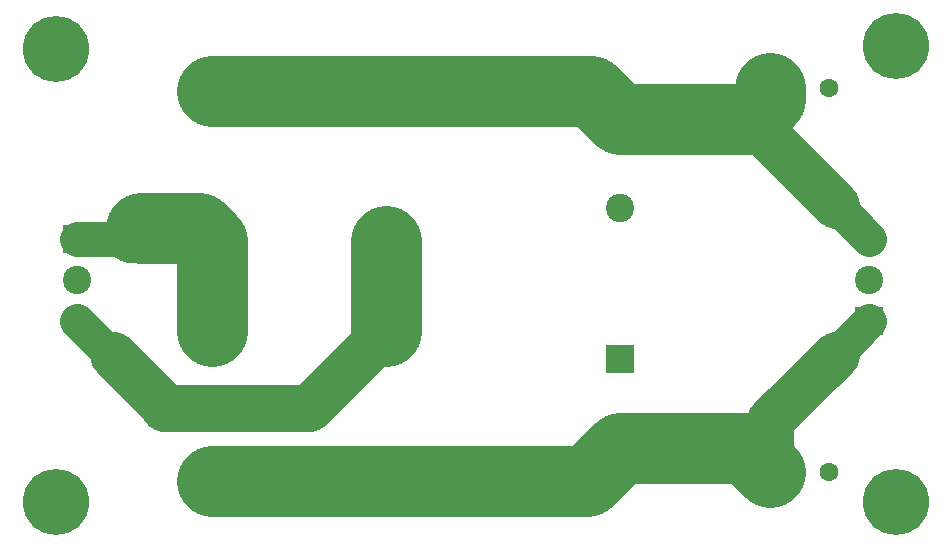
<source format=gbr>
%TF.GenerationSoftware,KiCad,Pcbnew,8.0.4*%
%TF.CreationDate,2024-09-02T08:35:19-04:00*%
%TF.ProjectId,power_supply,706f7765-725f-4737-9570-706c792e6b69,rev?*%
%TF.SameCoordinates,Original*%
%TF.FileFunction,Copper,L1,Top*%
%TF.FilePolarity,Positive*%
%FSLAX46Y46*%
G04 Gerber Fmt 4.6, Leading zero omitted, Abs format (unit mm)*
G04 Created by KiCad (PCBNEW 8.0.4) date 2024-09-02 08:35:19*
%MOMM*%
%LPD*%
G01*
G04 APERTURE LIST*
%TA.AperFunction,ComponentPad*%
%ADD10C,1.600000*%
%TD*%
%TA.AperFunction,ComponentPad*%
%ADD11C,5.600000*%
%TD*%
%TA.AperFunction,ComponentPad*%
%ADD12R,2.400000X2.400000*%
%TD*%
%TA.AperFunction,ComponentPad*%
%ADD13C,2.400000*%
%TD*%
%TA.AperFunction,ComponentPad*%
%ADD14R,3.200000X3.200000*%
%TD*%
%TA.AperFunction,ComponentPad*%
%ADD15O,3.200000X3.200000*%
%TD*%
%TA.AperFunction,Conductor*%
%ADD16C,6.000000*%
%TD*%
%TA.AperFunction,Conductor*%
%ADD17C,3.000000*%
%TD*%
%TA.AperFunction,Conductor*%
%ADD18C,4.000000*%
%TD*%
G04 APERTURE END LIST*
D10*
%TO.P,C4,1*%
%TO.N,GND*%
X126452000Y-102108000D03*
%TO.P,C4,2*%
%TO.N,/V-*%
X121452000Y-102108000D03*
%TD*%
D11*
%TO.P,REF\u002A\u002A,1*%
%TO.N,GND*%
X132080000Y-104648000D03*
%TD*%
D12*
%TO.P,C2,1*%
%TO.N,GND*%
X108712000Y-92576000D03*
D13*
%TO.P,C2,2*%
%TO.N,/V-*%
X108712000Y-100076000D03*
%TD*%
D14*
%TO.P,D4,1,K*%
%TO.N,/AC1*%
X88900000Y-90170000D03*
D15*
%TO.P,D4,2,A*%
%TO.N,/V-*%
X88900000Y-102870000D03*
%TD*%
D11*
%TO.P,REF\u002A\u002A,1*%
%TO.N,GND*%
X60960000Y-66315000D03*
%TD*%
D14*
%TO.P,D3,1,K*%
%TO.N,/V+*%
X74168000Y-69850000D03*
D15*
%TO.P,D3,2,A*%
%TO.N,/AC2*%
X74168000Y-82550000D03*
%TD*%
D11*
%TO.P,REF\u002A\u002A,1*%
%TO.N,GND*%
X60960000Y-104648000D03*
%TD*%
D12*
%TO.P,J2,1,Pin_1*%
%TO.N,/V-*%
X129856000Y-89352000D03*
D13*
%TO.P,J2,2,Pin_2*%
%TO.N,GND*%
X129856000Y-85852000D03*
%TO.P,J2,3,Pin_3*%
%TO.N,/V+*%
X129856000Y-82352000D03*
%TD*%
D12*
%TO.P,J1,1,Pin_1*%
%TO.N,/AC2*%
X62800000Y-82352000D03*
D13*
%TO.P,J1,2,Pin_2*%
%TO.N,GND*%
X62800000Y-85852000D03*
%TO.P,J1,3,Pin_3*%
%TO.N,/AC1*%
X62800000Y-89352000D03*
%TD*%
D12*
%TO.P,C1,1*%
%TO.N,/V+*%
X108712000Y-72256000D03*
D13*
%TO.P,C1,2*%
%TO.N,GND*%
X108712000Y-79756000D03*
%TD*%
D11*
%TO.P,REF\u002A\u002A,1*%
%TO.N,GND*%
X132080000Y-66040000D03*
%TD*%
D10*
%TO.P,C3,1*%
%TO.N,/V+*%
X121452000Y-69596000D03*
%TO.P,C3,2*%
%TO.N,GND*%
X126452000Y-69596000D03*
%TD*%
D14*
%TO.P,D1,1,K*%
%TO.N,/V+*%
X88900000Y-69850000D03*
D15*
%TO.P,D1,2,A*%
%TO.N,/AC1*%
X88900000Y-82550000D03*
%TD*%
D14*
%TO.P,D2,1,K*%
%TO.N,/AC2*%
X74168000Y-90170000D03*
D15*
%TO.P,D2,2,A*%
%TO.N,/V-*%
X74168000Y-102870000D03*
%TD*%
D16*
%TO.N,/V+*%
X88900000Y-69850000D02*
X106306000Y-69850000D01*
D17*
X129856000Y-82352000D02*
X127006000Y-79502000D01*
D18*
X127000000Y-79496000D02*
X127000000Y-79502000D01*
D16*
X74168000Y-69850000D02*
X88900000Y-69850000D01*
D18*
X127000000Y-79496000D02*
X119760000Y-72256000D01*
D16*
X108712000Y-72256000D02*
X119760000Y-72256000D01*
X121452000Y-70564000D02*
X119760000Y-72256000D01*
X121452000Y-69596000D02*
X121452000Y-70564000D01*
X106306000Y-69850000D02*
X108712000Y-72256000D01*
%TO.N,/V-*%
X119420000Y-100076000D02*
X121452000Y-102108000D01*
X88900000Y-102870000D02*
X105918000Y-102870000D01*
D18*
X127000000Y-92208000D02*
X127000000Y-92202000D01*
D17*
X129856000Y-89352000D02*
X129850000Y-89352000D01*
D18*
X121452000Y-102108000D02*
X121452000Y-97756000D01*
D16*
X105918000Y-102870000D02*
X108712000Y-100076000D01*
X108712000Y-100076000D02*
X119420000Y-100076000D01*
D18*
X121452000Y-97756000D02*
X127000000Y-92208000D01*
D16*
X74168000Y-102870000D02*
X88900000Y-102870000D01*
D17*
X129850000Y-89352000D02*
X127000000Y-92202000D01*
D18*
%TO.N,/AC1*%
X70118000Y-96534000D02*
X65786000Y-92202000D01*
X82400000Y-96670000D02*
X88900000Y-90170000D01*
D17*
X62800000Y-89352000D02*
X65650000Y-92202000D01*
D18*
X70118000Y-96670000D02*
X70118000Y-96534000D01*
X70118000Y-96670000D02*
X82400000Y-96670000D01*
D16*
X88900000Y-90170000D02*
X88900000Y-82550000D01*
D17*
X65650000Y-92202000D02*
X65786000Y-92202000D01*
D16*
%TO.N,/AC2*%
X74168000Y-82550000D02*
X73070000Y-81452000D01*
X74168000Y-82550000D02*
X74168000Y-90170000D01*
X73070000Y-81452000D02*
X68154000Y-81452000D01*
D18*
X67254000Y-82352000D02*
X68072000Y-81534000D01*
D17*
X62800000Y-82352000D02*
X67254000Y-82352000D01*
%TD*%
M02*

</source>
